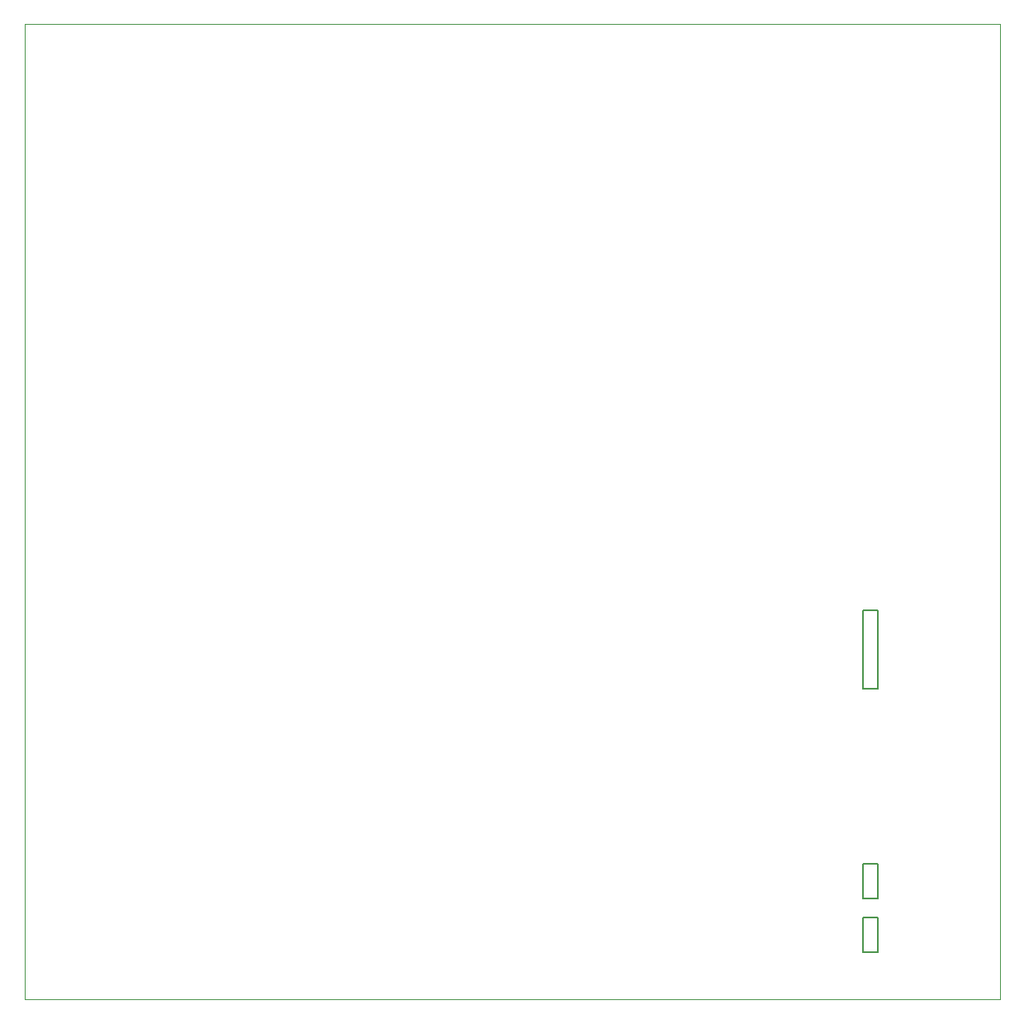
<source format=gko>
G75*
%MOIN*%
%OFA0B0*%
%FSLAX25Y25*%
%IPPOS*%
%LPD*%
%AMOC8*
5,1,8,0,0,1.08239X$1,22.5*
%
%ADD10C,0.00000*%
%ADD11C,0.00500*%
D10*
X0001000Y0001604D02*
X0001000Y0395305D01*
X0394701Y0395305D01*
X0394701Y0001604D01*
X0001000Y0001604D01*
D11*
X0339583Y0020896D02*
X0339583Y0034675D01*
X0345488Y0034675D01*
X0345488Y0020896D01*
X0339583Y0020896D01*
X0339583Y0042549D02*
X0339583Y0056329D01*
X0345488Y0056329D01*
X0345488Y0042549D01*
X0339583Y0042549D01*
X0339583Y0127195D02*
X0339583Y0158691D01*
X0345488Y0158691D01*
X0345488Y0127195D01*
X0339583Y0127195D01*
M02*

</source>
